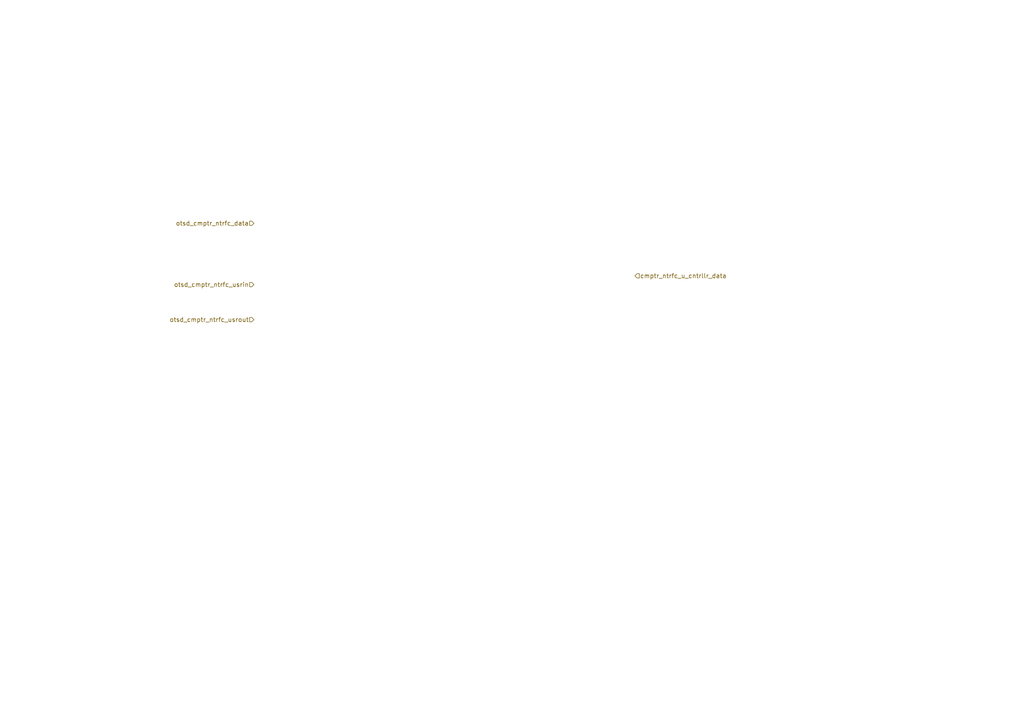
<source format=kicad_sch>
(kicad_sch
	(version 20231120)
	(generator "eeschema")
	(generator_version "8.0")
	(uuid "b242d1ef-0322-4ffb-87e9-66d85dedb388")
	(paper "A4")
	(lib_symbols)
	(hierarchical_label "otsd_cmptr_ntrfc_data"
		(shape input)
		(at 73.66 64.77 180)
		(fields_autoplaced yes)
		(effects
			(font
				(size 1.27 1.27)
			)
			(justify right)
		)
		(uuid "0b6138ff-9b00-4d0e-a769-76e1cd69e7f0")
	)
	(hierarchical_label "otsd_cmptr_ntrfc_usrout"
		(shape input)
		(at 73.66 92.71 180)
		(fields_autoplaced yes)
		(effects
			(font
				(size 1.27 1.27)
			)
			(justify right)
		)
		(uuid "61afac73-bbb8-48da-9bd2-a0742cf68ad1")
	)
	(hierarchical_label "otsd_cmptr_ntrfc_usrin"
		(shape input)
		(at 73.66 82.55 180)
		(fields_autoplaced yes)
		(effects
			(font
				(size 1.27 1.27)
			)
			(justify right)
		)
		(uuid "d4821c20-84a7-46fd-99b1-92f2c25d8097")
	)
	(hierarchical_label "cmptr_ntrfc_u_cntrllr_data"
		(shape input)
		(at 184.15 80.01 0)
		(fields_autoplaced yes)
		(effects
			(font
				(size 1.27 1.27)
			)
			(justify left)
		)
		(uuid "ef608610-1c42-46f3-a864-ff600c130185")
	)
)

</source>
